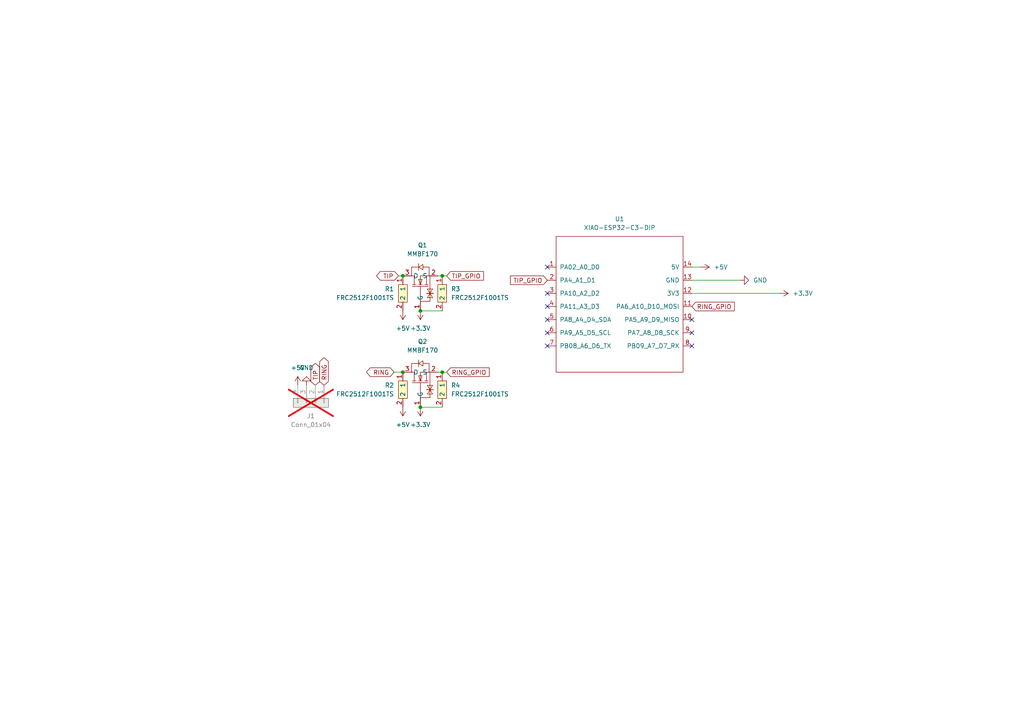
<source format=kicad_sch>
(kicad_sch (version 20250114) (generator "eeschema") (generator_version "9.0")
  (paper "A4")
  (lib_symbols
    (symbol "Connector_Generic:Conn_01x04" (pin_names (offset 1.016) (hide yes))
      (property "Reference" "J" (at 0 5.08 0))
      (property "Value" "Conn_01x04" (at 0 -7.62 0))
      (symbol "Conn_01x04_1_1"
        (rectangle (start -1.27 3.81) (end 1.27 -6.35) (stroke (width 0.254)) (fill (type background)))
        (rectangle (start -1.27 2.667) (end 0 2.413) (stroke (width 0.1524)))
        (rectangle (start -1.27 0.127) (end 0 -0.127) (stroke (width 0.1524)))
        (rectangle (start -1.27 -2.413) (end 0 -2.667) (stroke (width 0.1524)))
        (rectangle (start -1.27 -4.953) (end 0 -5.207) (stroke (width 0.1524)))
        (pin passive line (at -5.08 2.54 0) (length 3.81) (name "Pin_1") (number "1"))
        (pin passive line (at -5.08 0 0) (length 3.81) (name "Pin_2") (number "2"))
        (pin passive line (at -5.08 -2.54 0) (length 3.81) (name "Pin_3") (number "3"))
        (pin passive line (at -5.08 -5.08 0) (length 3.81) (name "Pin_4") (number "4"))
      )
    )
    (symbol "Seeed_Studio_XIAO_Series:XIAO-ESP32-C3-DIP" (pin_names (offset 1.016))
      (property "Reference" "U" (at -18.542 23.114 0))
      (property "Value" "XIAO-ESP32-C3-DIP" (at -9.144 21.336 0))
      (symbol "XIAO-ESP32-C3-DIP_0_1"
        (rectangle (start -19.05 20.32) (end 17.78 -19.05))
      )
      (symbol "XIAO-ESP32-C3-DIP_1_1"
        (pin passive line (at -21.59 11.43 0) (length 2.54) (name "PA02_A0_D0") (number "1"))
        (pin passive line (at -21.59 7.62 0) (length 2.54) (name "PA4_A1_D1") (number "2"))
        (pin passive line (at -21.59 3.81 0) (length 2.54) (name "PA10_A2_D2") (number "3"))
        (pin passive line (at -21.59 0 0) (length 2.54) (name "PA11_A3_D3") (number "4"))
        (pin passive line (at -21.59 -3.81 0) (length 2.54) (name "PA8_A4_D4_SDA") (number "5"))
        (pin passive line (at -21.59 -7.62 0) (length 2.54) (name "PA9_A5_D5_SCL") (number "6"))
        (pin passive line (at -21.59 -11.43 0) (length 2.54) (name "PB08_A6_D6_TX") (number "7"))
        (pin passive line (at 20.32 11.43 180) (length 2.54) (name "5V") (number "14"))
        (pin passive line (at 20.32 7.62 180) (length 2.54) (name "GND") (number "13"))
        (pin passive line (at 20.32 3.81 180) (length 2.54) (name "3V3") (number "12"))
        (pin passive line (at 20.32 0 180) (length 2.54) (name "PA6_A10_D10_MOSI") (number "11"))
        (pin passive line (at 20.32 -3.81 180) (length 2.54) (name "PA5_A9_D9_MISO") (number "10"))
        (pin passive line (at 20.32 -7.62 180) (length 2.54) (name "PA7_A8_D8_SCK") (number "9"))
        (pin passive line (at 20.32 -11.43 180) (length 2.54) (name "PB09_A7_D7_RX") (number "8"))
      )
    )
    (symbol "easyeda2kicad:FRC2512F1001TS"
      (property "Reference" "R" (at 0 5.08 0))
      (property "Value" "FRC2512F1001TS" (at 0 -5.08 0))
      (symbol "FRC2512F1001TS_0_1"
        (rectangle (start -2.54 1.27) (end 2.54 -1.27) (fill (type background)))
        (pin unspecified line (at -5.08 0 0) (length 2.54) (name "1") (number "1"))
        (pin unspecified line (at 5.08 0 180) (length 2.54) (name "2") (number "2"))
      )
    )
    (symbol "easyeda2kicad:MMBF170"
      (property "Reference" "Q" (at 0 10.16 0))
      (property "Value" "MMBF170" (at 0 -10.16 0))
      (symbol "MMBF170_0_1"
        (polyline (pts (xy -3.81 0) (xy 0.76 0)))
        (polyline (pts (xy -3.56 -2.79) (xy -3.56 0)))
        (polyline (pts (xy -3.56 -2.79) (xy 3.81 -2.79)))
        (polyline (pts (xy -1.27 -1.78) (xy -1.27 -2.29) (xy -1.27 -3.3) (xy -1.27 -3.81)))
        (polyline (pts (xy -1.27 -2.79) (xy -2.54 -2.03) (xy -2.54 -3.56) (xy -1.27 -2.79)) (fill (type background)))
        (polyline (pts (xy -1.27 -2.79) (xy 0 -3.56) (xy 0 -2.03) (xy -1.27 -2.79)) (fill (type background)))
        (polyline (pts (xy -1.27 -3.81) (xy -1.27 -3.3) (xy -1.27 -2.29) (xy -1.27 -1.78)))
        (polyline (pts (xy 0.76 2.29) (xy 0.76 -2.29)))
        (polyline (pts (xy 1.27 2.29) (xy 1.27 1.27)))
        (polyline (pts (xy 1.27 1.78) (xy 3.81 1.78) (xy 3.81 2.54) (xy 6.35 2.54) (xy 6.35 0.51)))
        (polyline (pts (xy 1.27 0) (xy 2.79 -0.51) (xy 2.79 0.51) (xy 1.27 0)) (fill (type background)))
        (polyline (pts (xy 1.27 0) (xy 3.81 0) (xy 3.81 -2.54) (xy 6.35 -2.54) (xy 6.35 -0.76)))
        (polyline (pts (xy 1.27 -0.51) (xy 1.27 0.51)))
        (polyline (pts (xy 1.27 -2.29) (xy 1.27 -1.27)))
        (polyline (pts (xy 3.81 -1.78) (xy 1.27 -1.78)))
        (polyline (pts (xy 6.35 0.51) (xy 5.59 -0.76) (xy 7.11 -0.76) (xy 6.35 0.51)) (fill (type background)))
        (polyline (pts (xy 7.37 0.51) (xy 6.86 0.51) (xy 5.84 0.51) (xy 5.33 0.51)))
        (pin unspecified line (at -6.35 0 0) (length 2.54) (name "G") (number "1"))
        (pin unspecified line (at 3.81 5.08 270) (length 2.54) (name "D") (number "3"))
        (pin unspecified line (at 3.81 -5.08 90) (length 2.54) (name "S") (number "2"))
      )
    )
    (symbol "power:+3.3V" (power) (pin_names (offset 0))
      (property "Value" "+3.3V" (at 0 3.556 0))
      (symbol "+3.3V_0_1"
        (polyline (pts (xy -0.762 1.27) (xy 0 2.54)))
        (polyline (pts (xy 0 2.54) (xy 0.762 1.27)))
        (polyline (pts (xy 0 0) (xy 0 2.54)))
      )
      (symbol "+3.3V_1_1"
        (pin power_in line (at 0 0 90) (length 0) (hide yes) (name "+3.3V") (number "1"))
      )
    )
    (symbol "power:+5V" (power) (pin_names (offset 0))
      (property "Value" "+5V" (at 0 3.556 0))
      (symbol "+5V_0_1"
        (polyline (pts (xy -0.762 1.27) (xy 0 2.54)))
        (polyline (pts (xy 0 2.54) (xy 0.762 1.27)))
        (polyline (pts (xy 0 0) (xy 0 2.54)))
      )
      (symbol "+5V_1_1"
        (pin power_in line (at 0 0 90) (length 0) (hide yes) (name "+5V") (number "1"))
      )
    )
    (symbol "power:GND" (power) (pin_names (offset 0))
      (property "Value" "GND" (at 0 -3.81 0))
      (symbol "GND_0_1"
        (polyline (pts (xy 0 0) (xy 0 -1.27) (xy 1.27 -1.27) (xy 0 -2.54) (xy -1.27 -1.27) (xy 0 -1.27)))
      )
      (symbol "GND_1_1"
        (pin power_in line (at 0 0 270) (length 0) (hide yes) (name "GND") (number "1"))
      )
    )
  )
  (junction (at 128.27 107.95))
  (junction (at 116.84 80.01))
  (junction (at 121.92 90.17))
  (junction (at 121.92 118.11))
  (junction (at 116.84 107.95))
  (junction (at 128.27 80.01))
  (no_connect (at 158.75 77.47))
  (no_connect (at 158.75 88.9))
  (no_connect (at 158.75 100.33))
  (no_connect (at 200.66 96.52))
  (no_connect (at 200.66 100.33))
  (no_connect (at 158.75 85.09))
  (no_connect (at 200.66 92.71))
  (no_connect (at 158.75 96.52))
  (no_connect (at 158.75 92.71))
  (wire (pts (xy 128.27 118.11) (xy 121.92 118.11)))
  (wire (pts (xy 114.3 107.95) (xy 116.84 107.95)))
  (wire (pts (xy 200.66 77.47) (xy 203.2 77.47)))
  (wire (pts (xy 127 107.95) (xy 128.27 107.95)))
  (wire (pts (xy 128.27 80.01) (xy 127 80.01)))
  (wire (pts (xy 121.92 90.17) (xy 128.27 90.17)))
  (wire (pts (xy 115.57 80.01) (xy 116.84 80.01)))
  (wire (pts (xy 128.27 107.95) (xy 129.54 107.95)))
  (wire (pts (xy 128.27 80.01) (xy 129.54 80.01)))
  (wire (pts (xy 200.66 85.09) (xy 226.06 85.09)))
  (wire (pts (xy 200.66 81.28) (xy 214.63 81.28)))
  (global_label "TIP_GPIO" (shape input) (at 158.75 81.28 180) (property "Intersheetrefs" "${INTERSHEET_REFS}" (effects (hide yes))))
  (global_label "TIP" (shape bidirectional) (at 91.44 111.76 90) (property "Intersheetrefs" "TIP" (effects (hide yes))))
  (global_label "RING" (shape bidirectional) (at 114.3 107.95 180) (property "Intersheetrefs" "${INTERSHEET_REFS}" (effects (hide yes))))
  (global_label "TIP_GPIO" (shape input) (at 129.54 80.01 0) (property "Intersheetrefs" "${INTERSHEET_REFS}" (effects (hide yes))))
  (global_label "RING_GPIO" (shape input) (at 200.66 88.9 0) (property "Intersheetrefs" "${INTERSHEET_REFS}" (effects (hide yes))))
  (global_label "TIP" (shape bidirectional) (at 115.57 80.01 180) (property "Intersheetrefs" "TIP" (effects (hide yes))))
  (global_label "RING" (shape bidirectional) (at 93.98 111.76 90) (property "Intersheetrefs" "${INTERSHEET_REFS}" (effects (hide yes))))
  (global_label "RING_GPIO" (shape input) (at 129.54 107.95 0) (property "Intersheetrefs" "${INTERSHEET_REFS}" (effects (hide yes))))
  (symbol (lib_id "easyeda2kicad:MMBF170") (at 121.92 111.76 90) (unit 1)
    (property "Reference" "Q2" (at 122.555 99.06 90))
    (property "Value" "MMBF170" (at 122.555 101.6 90))
    (property "Footprint" "easyeda2kicad:SOT-23-3_L2.9-W1.6-P1.90-LS2.8-BR" (effects (hide yes)))
    (property "Datasheet" "https://lcsc.com/product-detail/MOSFET_MMBF170_C130879.html" (effects (hide yes)))
    (property "LCSC Part" "C130879" (effects (hide yes)))
  )
  (symbol (lib_id "easyeda2kicad:FRC2512F1001TS") (at 128.27 113.03 270) (unit 1)
    (property "Reference" "R4" (at 130.81 111.7599 90) (effects (justify left)))
    (property "Value" "FRC2512F1001TS" (at 130.81 114.2999 90) (effects (justify left)))
    (property "Footprint" "easyeda2kicad:R2512" (effects (hide yes)))
    (property "LCSC Part" "C2960683" (effects (hide yes)))
  )
  (symbol (lib_id "power:+3.3V") (at 226.06 85.09 270) (unit 1)
    (property "Reference" "#PWR03" (effects (hide yes)))
    (property "Value" "+3.3V" (at 229.87 85.09 90) (effects (justify left)))
  )
  (symbol (lib_id "easyeda2kicad:FRC2512F1001TS") (at 116.84 113.03 90) (mirror x) (unit 1)
    (property "Reference" "R2" (at 114.3 111.7599 90) (effects (justify left)))
    (property "Value" "FRC2512F1001TS" (at 114.3 114.2999 90) (effects (justify left)))
    (property "Footprint" "easyeda2kicad:R2512" (effects (hide yes)))
    (property "LCSC Part" "C2960683" (effects (hide yes)))
  )
  (symbol (lib_id "power:+5V") (at 86.36 111.76 0) (unit 1)
    (property "Reference" "#PWR06" (effects (hide yes)))
    (property "Value" "+5V" (at 86.36 106.68 0))
  )
  (symbol (lib_id "Seeed_Studio_XIAO_Series:XIAO-ESP32-C3-DIP") (at 180.34 88.9 0) (unit 1)
    (property "Reference" "U1" (at 179.705 63.5 0))
    (property "Value" "XIAO-ESP32-C3-DIP" (at 179.705 66.04 0))
    (property "Footprint" "Seeed_Studio_XIAO_Series:XIAO-ESP32-C3-DIP" (effects (hide yes)))
  )
  (symbol (lib_id "easyeda2kicad:FRC2512F1001TS") (at 128.27 85.09 270) (unit 1)
    (property "Reference" "R3" (at 130.81 83.8199 90) (effects (justify left)))
    (property "Value" "FRC2512F1001TS" (at 130.81 86.3599 90) (effects (justify left)))
    (property "Footprint" "easyeda2kicad:R2512" (effects (hide yes)))
    (property "LCSC Part" "C2960683" (effects (hide yes)))
  )
  (symbol (lib_id "power:+5V") (at 203.2 77.47 270) (unit 1)
    (property "Reference" "#PWR01" (effects (hide yes)))
    (property "Value" "+5V" (at 207.01 77.47 90) (effects (justify left)))
  )
  (symbol (lib_id "power:GND") (at 88.9 111.76 180) (unit 1)
    (property "Reference" "#PWR07" (effects (hide yes)))
    (property "Value" "GND" (at 88.9 106.68 0))
  )
  (symbol (lib_id "easyeda2kicad:MMBF170") (at 121.92 83.82 90) (unit 1)
    (property "Reference" "Q1" (at 122.555 71.12 90))
    (property "Value" "MMBF170" (at 122.555 73.66 90))
    (property "Footprint" "easyeda2kicad:SOT-23-3_L2.9-W1.6-P1.90-LS2.8-BR" (effects (hide yes)))
    (property "Datasheet" "https://lcsc.com/product-detail/MOSFET_MMBF170_C130879.html" (effects (hide yes)))
    (property "LCSC Part" "C130879" (effects (hide yes)))
  )
  (symbol (lib_id "easyeda2kicad:FRC2512F1001TS") (at 116.84 85.09 90) (mirror x) (unit 1)
    (property "Reference" "R1" (at 114.3 83.8199 90) (effects (justify left)))
    (property "Value" "FRC2512F1001TS" (at 114.3 86.3599 90) (effects (justify left)))
    (property "Footprint" "easyeda2kicad:R2512" (effects (hide yes)))
    (property "LCSC Part" "C2960683" (effects (hide yes)))
  )
  (symbol (lib_id "power:+5V") (at 116.84 90.17 180) (unit 1)
    (property "Reference" "#PWR04" (effects (hide yes)))
    (property "Value" "+5V" (at 116.84 95.25 0))
  )
  (symbol (lib_id "Connector_Generic:Conn_01x04") (at 91.44 116.84 270) (unit 1) (dnp yes)
    (property "Reference" "J1" (at 90.17 120.65 90))
    (property "Value" "Conn_01x04" (at 90.17 123.19 90))
    (property "Footprint" "Connector_PinHeader_2.54mm:PinHeader_1x04_P2.54mm_Vertical" (effects (hide yes)))
  )
  (symbol (lib_id "power:GND") (at 214.63 81.28 90) (unit 1)
    (property "Reference" "#PWR02" (effects (hide yes)))
    (property "Value" "GND" (at 218.44 81.28 90) (effects (justify right)))
  )
  (symbol (lib_id "power:+3.3V") (at 121.92 90.17 180) (unit 1)
    (property "Reference" "#PWR08" (effects (hide yes)))
    (property "Value" "+3.3V" (at 121.92 95.25 0))
  )
  (symbol (lib_id "power:+5V") (at 116.84 118.11 180) (unit 1)
    (property "Reference" "#PWR05" (effects (hide yes)))
    (property "Value" "+5V" (at 116.84 123.19 0))
  )
  (symbol (lib_id "power:+3.3V") (at 121.92 118.11 180) (unit 1)
    (property "Reference" "#PWR09" (effects (hide yes)))
    (property "Value" "+3.3V" (at 121.92 123.19 0))
  )
)
</source>
